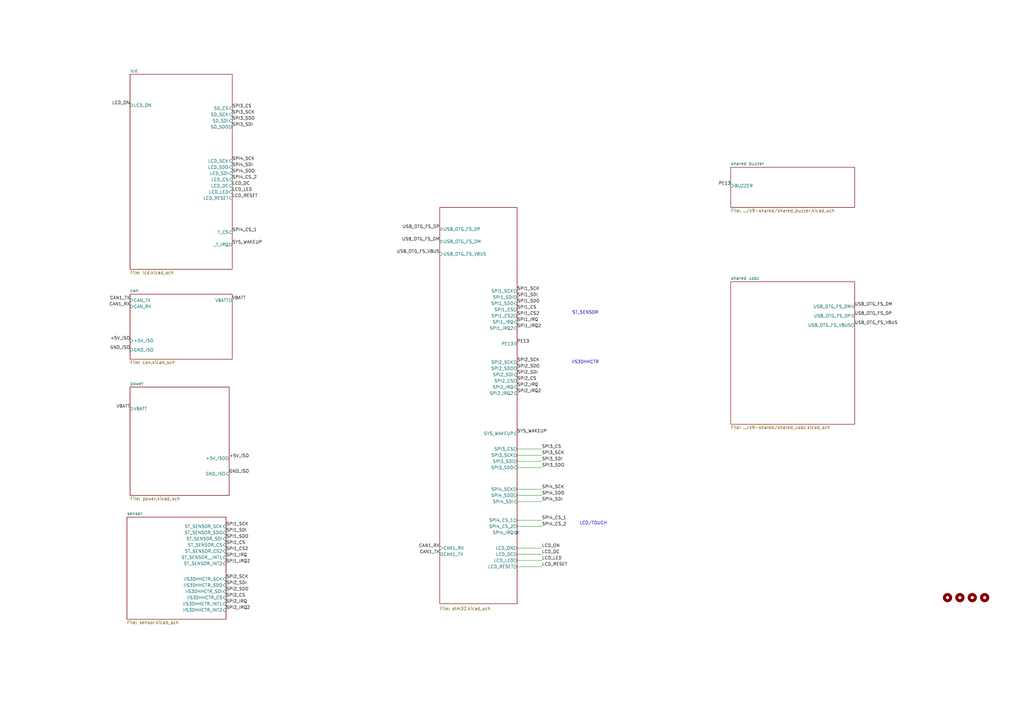
<source format=kicad_sch>
(kicad_sch (version 20250114) (generator "eeschema") (generator_version "9.0")
  (paper "A3")
  (title_block (date "2024-05-30"))
  (lib_symbols
    (symbol "Mechanical:MountingHole" (pin_names (offset 1.016)) (in_bom no)
      (property "Reference" "H" (at 0 5.08 0))
      (property "Value" "MountingHole" (at 0 3.175 0))
      (symbol "MountingHole_0_1"
        (circle (center 0 0) (radius 1.27) (stroke (width 1.27)))
      )
    )
  )
  (text "ST_SENSOR" (at 240.03 128.27 0) (effects (font (size 1.27 1.27))))
  (text "IIS3DHHCTR" (at 240.03 148.59 0) (effects (font (size 1.27 1.27))))
  (text "LCD/TOUCH" (at 243.332 214.63 0) (effects (font (size 1.27 1.27))))
  (no_connect (at 212.09 218.44))
  (wire (pts (xy 222.25 203.2) (xy 212.09 203.2)))
  (wire (pts (xy 222.25 205.74) (xy 212.09 205.74)))
  (wire (pts (xy 212.09 232.41) (xy 222.25 232.41)))
  (wire (pts (xy 222.25 186.69) (xy 212.09 186.69)))
  (wire (pts (xy 222.25 189.23) (xy 212.09 189.23)))
  (wire (pts (xy 212.09 224.79) (xy 222.25 224.79)))
  (wire (pts (xy 222.25 184.15) (xy 212.09 184.15)))
  (wire (pts (xy 212.09 227.33) (xy 222.25 227.33)))
  (wire (pts (xy 212.09 200.66) (xy 222.25 200.66)))
  (wire (pts (xy 212.09 215.9) (xy 222.25 215.9)))
  (wire (pts (xy 222.25 191.77) (xy 212.09 191.77)))
  (wire (pts (xy 212.09 229.87) (xy 222.25 229.87)))
  (wire (pts (xy 222.25 213.36) (xy 212.09 213.36)))
  (label "SPI4_CS_1" (at 222.25 213.36 0))
  (label "SPI1_IRQ" (at 92.71 228.6 0))
  (label "PE13" (at 212.09 140.97 0))
  (label "+5V_ISO" (at 93.98 187.96 0))
  (label "SPI1_CS" (at 92.71 223.52 0))
  (label "LCD_RESET" (at 222.25 232.41 0))
  (label "SPI1_IRQ2" (at 92.71 231.14 0))
  (label "LCD_LED" (at 95.25 78.74 0))
  (label "LCD_ON" (at 222.25 224.79 0))
  (label "PE13" (at 299.72 76.2 180))
  (label "CAN1_TX" (at 180.34 227.33 180))
  (label "SPI3_SDI" (at 95.25 52.07 0))
  (label "USB_OTG_FS_DP" (at 350.52 129.54 0))
  (label "USB_OTG_FS_DP" (at 180.34 93.98 180))
  (label "SPI4_SDI" (at 222.25 205.74 0))
  (label "SPI4_SDI" (at 95.25 68.58 0))
  (label "LCD_DC" (at 222.25 227.33 0))
  (label "SPI1_CS" (at 212.09 127 0))
  (label "SPI2_SDO" (at 92.71 242.57 0))
  (label "SPI4_CS_2" (at 95.25 73.66 0))
  (label "GND_ISO" (at 93.98 194.31 0))
  (label "USB_OTG_FS_VBUS" (at 180.34 104.14 180))
  (label "LCD_LED" (at 222.25 229.87 0))
  (label "SPI2_IRQ" (at 92.71 247.65 0))
  (label "SPI3_CS" (at 95.25 44.45 0))
  (label "SPI2_SDO" (at 212.09 151.13 0))
  (label "LCD_DC" (at 95.25 76.2 0))
  (label "SPI4_CS_1" (at 95.25 95.25 0))
  (label "SPI3_SDO" (at 95.25 49.53 0))
  (label "SPI1_SDO" (at 92.71 220.98 0))
  (label "SPI4_SDO" (at 95.25 71.12 0))
  (label "USB_OTG_FS_DM" (at 180.34 99.06 180))
  (label "USB_OTG_FS_VBUS" (at 350.52 133.35 0))
  (label "SPI2_CS" (at 92.71 245.11 0))
  (label "SPI2_SCK" (at 92.71 237.49 0))
  (label "SPI2_SDI" (at 212.09 153.67 0))
  (label "SPI2_CS" (at 212.09 156.21 0))
  (label "CAN1_RX" (at 53.34 125.73 180))
  (label "CAN1_TX" (at 53.34 123.19 180))
  (label "SPI3_SCK" (at 95.25 46.99 0))
  (label "SPI3_SDO" (at 222.25 191.77 0))
  (label "SPI4_SCK" (at 222.25 200.66 0))
  (label "SPI3_SCK" (at 222.25 186.69 0))
  (label "LCD_RESET" (at 95.25 81.28 0))
  (label "SPI1_SDI" (at 92.71 218.44 0))
  (label "SPI3_CS" (at 222.25 184.15 0))
  (label "SYS_WAKEUP" (at 212.09 177.8 0))
  (label "SPI1_SDI" (at 212.09 121.92 0))
  (label "SPI4_SCK" (at 95.25 66.04 0))
  (label "SPI1_IRQ2" (at 212.09 134.62 0))
  (label "SPI1_CS2" (at 212.09 129.54 0))
  (label "CAN1_RX" (at 180.34 224.79 180))
  (label "SYS_WAKEUP" (at 95.25 100.33 0))
  (label "SPI4_SDO" (at 222.25 203.2 0))
  (label "SPI1_SCK" (at 92.71 215.9 0))
  (label "LCD_ON" (at 53.34 43.18 180))
  (label "SPI1_SDO" (at 212.09 124.46 0))
  (label "SPI2_SDI" (at 92.71 240.03 0))
  (label "SPI1_CS2" (at 92.71 226.06 0))
  (label "+5V_ISO" (at 53.34 139.7 180))
  (label "VBATT" (at 53.34 167.64 180))
  (label "SPI3_SDI" (at 222.25 189.23 0))
  (label "SPI1_IRQ" (at 212.09 132.08 0))
  (label "SPI2_IRQ2" (at 212.09 161.29 0))
  (label "GND_ISO" (at 53.34 143.51 180))
  (label "SPI4_CS_2" (at 222.25 215.9 0))
  (label "SPI2_IRQ2" (at 92.71 250.19 0))
  (label "SPI2_IRQ" (at 212.09 158.75 0))
  (label "USB_OTG_FS_DM" (at 350.52 125.73 0))
  (label "VBATT" (at 95.25 123.19 0))
  (label "SPI1_SCK" (at 212.09 119.38 0))
  (label "SPI2_SCK" (at 212.09 148.59 0))
  (symbol (lib_id "Mechanical:MountingHole") (at 388.62 245.11 0) (unit 1) (exclude_from_sim yes) (in_bom no)
    (property "Reference" "H901" (effects (hide yes)))
    (property "Value" "MountingHole" (effects (hide yes)))
    (property "Footprint" "MountingHole:MountingHole_4mm" (effects (hide yes)))
    (property "Description" "Mounting Hole without connection" (effects (hide yes)))
  )
  (symbol (lib_id "Mechanical:MountingHole") (at 393.7 245.11 0) (unit 1) (exclude_from_sim yes) (in_bom no)
    (property "Reference" "H902" (effects (hide yes)))
    (property "Value" "MountingHole" (effects (hide yes)))
    (property "Footprint" "MountingHole:MountingHole_4mm" (effects (hide yes)))
    (property "Description" "Mounting Hole without connection" (effects (hide yes)))
  )
  (symbol (lib_id "Mechanical:MountingHole") (at 398.78 245.11 0) (unit 1) (exclude_from_sim yes) (in_bom no)
    (property "Reference" "H903" (effects (hide yes)))
    (property "Value" "MountingHole" (effects (hide yes)))
    (property "Footprint" "MountingHole:MountingHole_4mm" (effects (hide yes)))
    (property "Description" "Mounting Hole without connection" (effects (hide yes)))
  )
  (symbol (lib_id "Mechanical:MountingHole") (at 403.86 245.11 0) (unit 1) (exclude_from_sim yes) (in_bom no)
    (property "Reference" "H904" (effects (hide yes)))
    (property "Value" "MountingHole" (effects (hide yes)))
    (property "Footprint" "MountingHole:MountingHole_4mm" (effects (hide yes)))
    (property "Description" "Mounting Hole without connection" (effects (hide yes)))
  )
  (sheet (at 180.34 85.09) (size 31.75 162.56)
    (property "Sheetname" "MCU" (effects (hide yes)))
    (property "Sheetfile" "stm32.kicad_sch" (at 180.34 248.8696 0) (effects (justify left top)))
    (pin "SPI1_SCK" output (at 212.09 119.38 0))
    (pin "SPI2_SDO" output (at 212.09 151.13 0))
    (pin "SPI2_SDI" input (at 212.09 153.67 0))
    (pin "SPI1_SDI" output (at 212.09 121.92 0))
    (pin "SPI1_SDO" input (at 212.09 124.46 0))
    (pin "SPI2_SCK" output (at 212.09 148.59 0))
    (pin "SPI4_SDI" input (at 212.09 205.74 0))
    (pin "SPI4_SCK" output (at 212.09 200.66 0))
    (pin "SPI4_SDO" output (at 212.09 203.2 0))
    (pin "SPI1_CS2" output (at 212.09 129.54 0))
    (pin "SPI1_CS" output (at 212.09 127 0))
    (pin "SPI1_IRQ" input (at 212.09 132.08 0))
    (pin "SPI1_IRQ2" input (at 212.09 134.62 0))
    (pin "SPI2_CS" output (at 212.09 156.21 0))
    (pin "LCD_ON" output (at 212.09 224.79 0))
    (pin "CAN1_RX" input (at 180.34 224.79 180))
    (pin "CAN1_TX" output (at 180.34 227.33 180))
    (pin "LCD_DC" output (at 212.09 227.33 0))
    (pin "LCD_LED" output (at 212.09 229.87 0))
    (pin "LCD_RESET" output (at 212.09 232.41 0))
    (pin "SPI2_IRQ2" input (at 212.09 161.29 0))
    (pin "SPI2_IRQ" input (at 212.09 158.75 0))
    (pin "USB_OTG_FS_DP" bidirectional (at 180.34 93.98 180))
    (pin "USB_OTG_FS_DM" bidirectional (at 180.34 99.06 180))
    (pin "USB_OTG_FS_VBUS" input (at 180.34 104.14 180))
    (pin "SPI4_CS_1" output (at 212.09 213.36 0))
    (pin "SPI4_CS_2" output (at 212.09 215.9 0))
    (pin "SYS_WAKEUP" input (at 212.09 177.8 0))
    (pin "SPI4_IRQ" input (at 212.09 218.44 0))
    (pin "SPI3_CS" output (at 212.09 184.15 0))
    (pin "SPI3_SCK" output (at 212.09 186.69 0))
    (pin "SPI3_SDI" output (at 212.09 189.23 0))
    (pin "SPI3_SDO" input (at 212.09 191.77 0))
    (pin "PE13" bidirectional (at 212.09 140.97 0))
  )
  (sheet (at 53.34 120.65) (size 41.91 26.67) (stroke (width 0.1524))
    (property "Sheetname" "can" (at 53.34 119.9384 0) (effects (justify left bottom)))
    (property "Sheetfile" "can.kicad_sch" (at 53.34 147.9046 0) (effects (justify left top)))
    (pin "GND_ISO" input (at 53.34 143.51 180))
    (pin "+5V_ISO" input (at 53.34 139.7 180))
    (pin "CAN_TX" input (at 53.34 123.19 180))
    (pin "CAN_RX" input (at 53.34 125.73 180))
    (pin "VBATT" output (at 95.25 123.19 0))
  )
  (sheet (at 52.07 212.09) (size 40.64 41.91) (stroke (width 0.1524))
    (property "Sheetname" "sensor" (at 52.07 211.3784 0) (effects (justify left bottom)))
    (property "Sheetfile" "sensor.kicad_sch" (at 52.07 254.5846 0) (effects (justify left top)))
    (pin "IIS3DHHCTR_INT2" input (at 92.71 250.19 0))
    (pin "IIS3DHHCTR_INT1" input (at 92.71 247.65 0))
    (pin "ST_SENSOR_SDO" input (at 92.71 218.44 0))
    (pin "ST_SENSOR_SDI" input (at 92.71 220.98 0))
    (pin "IIS3DHHCTR_SDO" input (at 92.71 240.03 0))
    (pin "IIS3DHHCTR_CS" input (at 92.71 245.11 0))
    (pin "IIS3DHHCTR_SDI" input (at 92.71 242.57 0))
    (pin "ST_SENSOR_CS" input (at 92.71 223.52 0))
    (pin "ST_SENSOR_CS2" input (at 92.71 226.06 0))
    (pin "ST_SENSOR__INT1" input (at 92.71 228.6 0))
    (pin "ST_SENSOR_INT2" input (at 92.71 231.14 0))
    (pin "ST_SENSOR_SCK" input (at 92.71 215.9 0))
    (pin "IIS3DHHCTR_SCK" input (at 92.71 237.49 0))
  )
  (sheet (at 299.72 68.58) (size 50.8 16.51) (stroke (width 0.1524))
    (property "Sheetname" "shared buzzer" (at 299.72 67.8684 0) (effects (justify left bottom)))
    (property "Sheetfile" "../z9-shared/shared_buzzer.kicad_sch" (at 299.72 85.6746 0) (effects (justify left top)))
    (pin "BUZZER" input (at 299.72 76.2 180))
  )
  (sheet (at 53.34 30.48) (size 41.91 80.01) (stroke (width 0.1524))
    (property "Sheetname" "lcd" (at 53.34 29.7684 0) (effects (justify left bottom)))
    (property "Sheetfile" "lcd.kicad_sch" (at 53.34 111.0746 0) (effects (justify left top)))
    (pin "T_CS" input (at 95.25 95.25 0))
    (pin "LCD_SDO" input (at 95.25 68.58 0))
    (pin "LCD_SCK" input (at 95.25 66.04 0))
    (pin "LCD_SDI" input (at 95.25 71.12 0))
    (pin "LCD_LED" input (at 95.25 78.74 0))
    (pin "LCD_DC" input (at 95.25 76.2 0))
    (pin "LCD_RESET" input (at 95.25 81.28 0))
    (pin "LCD_CS" input (at 95.25 73.66 0))
    (pin "LCD_ON" input (at 53.34 43.18 180))
    (pin "_T_IRQ" output (at 95.25 100.33 0))
    (pin "SD_CS" input (at 95.25 44.45 0))
    (pin "SD_SCK" input (at 95.25 46.99 0))
    (pin "SD_SDI" input (at 95.25 49.53 0))
    (pin "SD_SDO" output (at 95.25 52.07 0))
  )
  (sheet (at 299.72 115.57) (size 50.8 58.42) (stroke (width 0.1524))
    (property "Sheetname" "shared usbc" (at 299.72 114.8584 0) (effects (justify left bottom)))
    (property "Sheetfile" "../z9-shared/shared_usbc.kicad_sch" (at 299.72 174.5746 0) (effects (justify left top)))
    (pin "USB_OTG_FS_DM" bidirectional (at 350.52 125.73 0))
    (pin "USB_OTG_FS_DP" bidirectional (at 350.52 129.54 0))
    (pin "USB_OTG_FS_VBUS" output (at 350.52 133.35 0))
  )
  (sheet (at 53.34 158.75) (size 40.64 44.45) (stroke (width 0.1524))
    (property "Sheetname" "power" (at 53.34 158.0384 0) (effects (justify left bottom)))
    (property "Sheetfile" "power.kicad_sch" (at 53.34 203.7846 0) (effects (justify left top)))
    (pin "GND_ISO" input (at 93.98 194.31 0))
    (pin "+5V_ISO" output (at 93.98 187.96 0))
    (pin "VBATT" input (at 53.34 167.64 180))
  )
)
</source>
